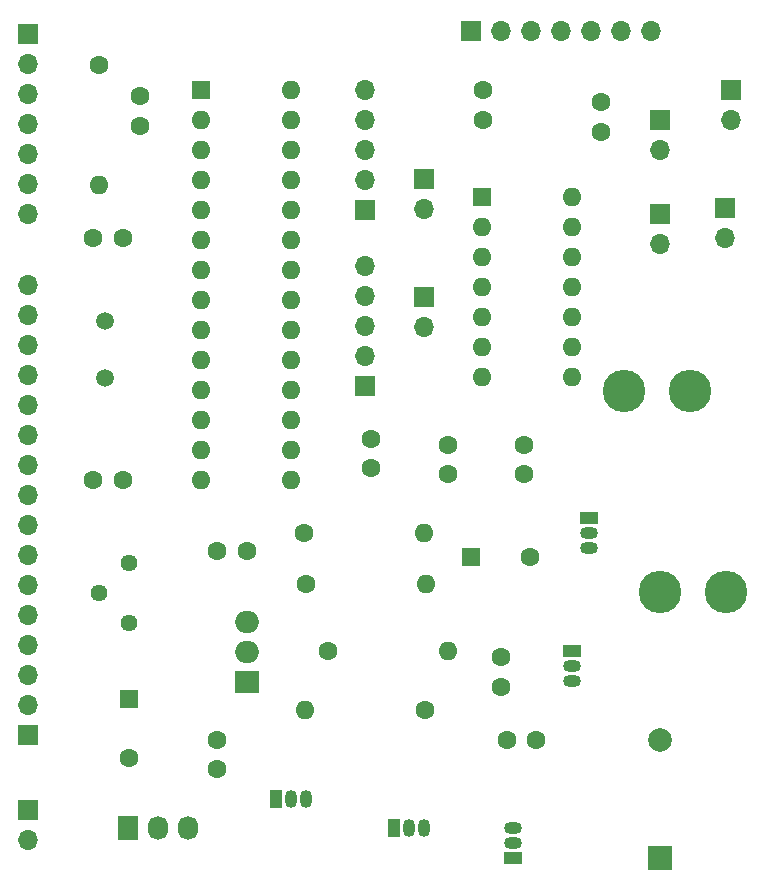
<source format=gbr>
%TF.GenerationSoftware,KiCad,Pcbnew,8.0.3*%
%TF.CreationDate,2024-09-12T01:04:43+05:30*%
%TF.ProjectId,labRF,6c616252-462e-46b6-9963-61645f706362,rev?*%
%TF.SameCoordinates,Original*%
%TF.FileFunction,Soldermask,Bot*%
%TF.FilePolarity,Negative*%
%FSLAX46Y46*%
G04 Gerber Fmt 4.6, Leading zero omitted, Abs format (unit mm)*
G04 Created by KiCad (PCBNEW 8.0.3) date 2024-09-12 01:04:43*
%MOMM*%
%LPD*%
G01*
G04 APERTURE LIST*
%ADD10C,1.440000*%
%ADD11R,1.700000X1.700000*%
%ADD12O,1.700000X1.700000*%
%ADD13C,1.500000*%
%ADD14R,2.000000X1.905000*%
%ADD15O,2.000000X1.905000*%
%ADD16R,1.600000X1.600000*%
%ADD17O,1.600000X1.600000*%
%ADD18R,1.050000X1.500000*%
%ADD19O,1.050000X1.500000*%
%ADD20C,1.600000*%
%ADD21R,1.500000X1.050000*%
%ADD22O,1.500000X1.050000*%
%ADD23C,3.600000*%
%ADD24R,1.730000X2.030000*%
%ADD25O,1.730000X2.030000*%
%ADD26R,2.000000X2.000000*%
%ADD27C,2.000000*%
G04 APERTURE END LIST*
D10*
%TO.C,RV1*%
X55000000Y-77500000D03*
X52460000Y-80040000D03*
X55000000Y-82580000D03*
%TD*%
D11*
%TO.C,J5*%
X84000000Y-32500000D03*
D12*
X86540000Y-32500000D03*
X89080000Y-32500000D03*
X91620000Y-32500000D03*
X94160000Y-32500000D03*
X96700000Y-32500000D03*
X99240000Y-32500000D03*
%TD*%
D13*
%TO.C,Y1*%
X53000000Y-61880000D03*
X53000000Y-57000000D03*
%TD*%
D14*
%TO.C,U4*%
X65000000Y-87580000D03*
D15*
X65000000Y-85040000D03*
X65000000Y-82500000D03*
%TD*%
D16*
%TO.C,U3*%
X84880000Y-46500000D03*
D17*
X84880000Y-49040000D03*
X84880000Y-51580000D03*
X84880000Y-54120000D03*
X84880000Y-56660000D03*
X84880000Y-59200000D03*
X84880000Y-61740000D03*
X92500000Y-61740000D03*
X92500000Y-59200000D03*
X92500000Y-56660000D03*
X92500000Y-54120000D03*
X92500000Y-51580000D03*
X92500000Y-49040000D03*
X92500000Y-46500000D03*
%TD*%
D18*
%TO.C,U2*%
X67500000Y-97500000D03*
D19*
X68770000Y-97500000D03*
X70040000Y-97500000D03*
%TD*%
D16*
%TO.C,U1*%
X61090000Y-37500000D03*
D17*
X61090000Y-40040000D03*
X61090000Y-42580000D03*
X61090000Y-45120000D03*
X61090000Y-47660000D03*
X61090000Y-50200000D03*
X61090000Y-52740000D03*
X61090000Y-55280000D03*
X61090000Y-57820000D03*
X61090000Y-60360000D03*
X61090000Y-62900000D03*
X61090000Y-65440000D03*
X61090000Y-67980000D03*
X61090000Y-70520000D03*
X68710000Y-70520000D03*
X68710000Y-67980000D03*
X68710000Y-65440000D03*
X68710000Y-62900000D03*
X68710000Y-60360000D03*
X68710000Y-57820000D03*
X68710000Y-55280000D03*
X68710000Y-52740000D03*
X68710000Y-50200000D03*
X68710000Y-47660000D03*
X68710000Y-45120000D03*
X68710000Y-42580000D03*
X68710000Y-40040000D03*
X68710000Y-37500000D03*
%TD*%
D20*
%TO.C,R5*%
X80080000Y-90000000D03*
D17*
X69920000Y-90000000D03*
%TD*%
D20*
%TO.C,R4*%
X70000000Y-79300000D03*
D17*
X80160000Y-79300000D03*
%TD*%
D20*
%TO.C,R3*%
X71840000Y-85000000D03*
D17*
X82000000Y-85000000D03*
%TD*%
D20*
%TO.C,R2*%
X69840000Y-75000000D03*
D17*
X80000000Y-75000000D03*
%TD*%
D20*
%TO.C,R1*%
X52500000Y-35340000D03*
D17*
X52500000Y-45500000D03*
%TD*%
D18*
%TO.C,Q4*%
X77460000Y-100000000D03*
D19*
X78730000Y-100000000D03*
X80000000Y-100000000D03*
%TD*%
D21*
%TO.C,Q3*%
X87500000Y-102540000D03*
D22*
X87500000Y-101270000D03*
X87500000Y-100000000D03*
%TD*%
D21*
%TO.C,Q2*%
X92500000Y-85000000D03*
D22*
X92500000Y-86270000D03*
X92500000Y-87540000D03*
%TD*%
D21*
%TO.C,Q1*%
X94000000Y-73730000D03*
D22*
X94000000Y-75000000D03*
X94000000Y-76270000D03*
%TD*%
D23*
%TO.C,L2*%
X100000000Y-80000000D03*
X105580000Y-80000000D03*
%TD*%
%TO.C,L1*%
X96920000Y-63000000D03*
X102500000Y-63000000D03*
%TD*%
D11*
%TO.C,JP2*%
X100000000Y-40000000D03*
D12*
X100000000Y-42540000D03*
%TD*%
D11*
%TO.C,JP1*%
X100000000Y-48000000D03*
D12*
X100000000Y-50540000D03*
%TD*%
D11*
%TO.C,J11*%
X46500000Y-98460000D03*
D12*
X46500000Y-101000000D03*
%TD*%
D11*
%TO.C,J10*%
X80000000Y-55000000D03*
D12*
X80000000Y-57540000D03*
%TD*%
%TO.C,J9*%
X80000000Y-47540000D03*
D11*
X80000000Y-45000000D03*
%TD*%
D24*
%TO.C,J8*%
X54960000Y-100000000D03*
D25*
X57500000Y-100000000D03*
X60040000Y-100000000D03*
%TD*%
D11*
%TO.C,J7*%
X106000000Y-37500000D03*
D12*
X106000000Y-40040000D03*
%TD*%
D11*
%TO.C,J6*%
X105500000Y-47500000D03*
D12*
X105500000Y-50040000D03*
%TD*%
D11*
%TO.C,J4*%
X46500000Y-32760000D03*
D12*
X46500000Y-35300000D03*
X46500000Y-37840000D03*
X46500000Y-40380000D03*
X46500000Y-42920000D03*
X46500000Y-45460000D03*
X46500000Y-48000000D03*
%TD*%
D11*
%TO.C,J3*%
X46500000Y-92100000D03*
D12*
X46500000Y-89560000D03*
X46500000Y-87020000D03*
X46500000Y-84480000D03*
X46500000Y-81940000D03*
X46500000Y-79400000D03*
X46500000Y-76860000D03*
X46500000Y-74320000D03*
X46500000Y-71780000D03*
X46500000Y-69240000D03*
X46500000Y-66700000D03*
X46500000Y-64160000D03*
X46500000Y-61620000D03*
X46500000Y-59080000D03*
X46500000Y-56540000D03*
X46500000Y-54000000D03*
%TD*%
D11*
%TO.C,J2*%
X75000000Y-62500000D03*
D12*
X75000000Y-59960000D03*
X75000000Y-57420000D03*
X75000000Y-54880000D03*
X75000000Y-52340000D03*
%TD*%
D11*
%TO.C,J1*%
X75000000Y-47660000D03*
D12*
X75000000Y-45120000D03*
X75000000Y-42580000D03*
X75000000Y-40040000D03*
X75000000Y-37500000D03*
%TD*%
D16*
%TO.C,C14*%
X84000000Y-77000000D03*
D20*
X89000000Y-77000000D03*
%TD*%
%TO.C,C13*%
X82000000Y-67500000D03*
X82000000Y-70000000D03*
%TD*%
D16*
%TO.C,C12*%
X55000000Y-89000000D03*
D20*
X55000000Y-94000000D03*
%TD*%
%TO.C,C11*%
X62500000Y-95000000D03*
X62500000Y-92500000D03*
%TD*%
%TO.C,C10*%
X62500000Y-76500000D03*
X65000000Y-76500000D03*
%TD*%
%TO.C,C9*%
X86500000Y-85500000D03*
X86500000Y-88000000D03*
%TD*%
%TO.C,C8*%
X87000000Y-92500000D03*
X89500000Y-92500000D03*
%TD*%
%TO.C,C7*%
X88500000Y-67500000D03*
X88500000Y-70000000D03*
%TD*%
%TO.C,C6*%
X75500000Y-69500000D03*
X75500000Y-67000000D03*
%TD*%
%TO.C,C5*%
X95000000Y-38500000D03*
X95000000Y-41000000D03*
%TD*%
%TO.C,C4*%
X85000000Y-37500000D03*
X85000000Y-40000000D03*
%TD*%
%TO.C,C3*%
X56000000Y-38000000D03*
X56000000Y-40500000D03*
%TD*%
%TO.C,C2*%
X52000000Y-50000000D03*
X54500000Y-50000000D03*
%TD*%
%TO.C,C1*%
X52000000Y-70500000D03*
X54500000Y-70500000D03*
%TD*%
D26*
%TO.C,BZ1*%
X100000000Y-102500000D03*
D27*
X100000000Y-92500000D03*
%TD*%
M02*

</source>
